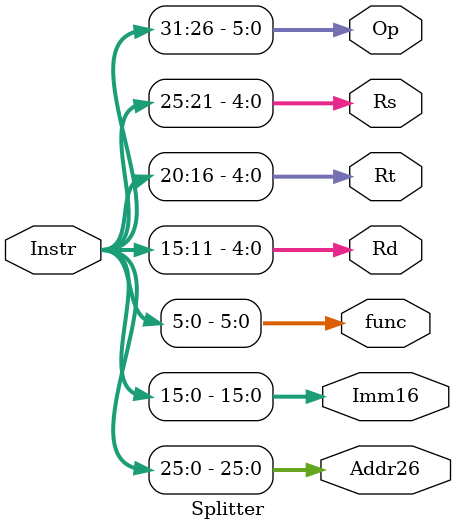
<source format=v>
module Splitter(
    input [31:0] Instr,
    output [25:0] Addr26,
    output [15:0] Imm16,
    output [5:0] func,
    output [4:0] Rd,
    output [4:0] Rt,
    output [4:0] Rs,
    output [5:0] Op
);
    assign Addr26 = Instr[25:0];
    assign Imm16 = Instr[15:0];
    assign func = Instr[5:0];
    assign Rd = Instr[15:11];
    assign Rt = Instr[20:16];
    assign Rs = Instr[25:21];
    assign Op = Instr[31:26];
endmodule //Splitter

</source>
